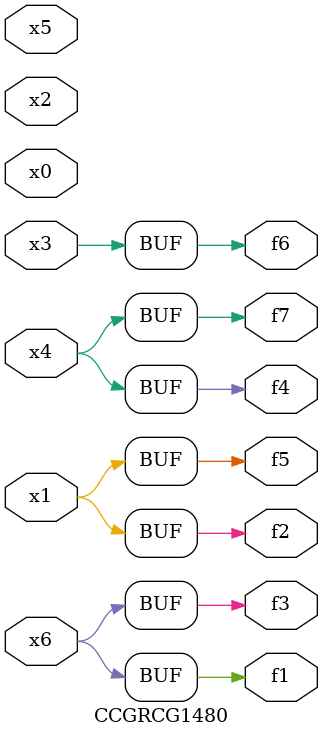
<source format=v>
module CCGRCG1480(
	input x0, x1, x2, x3, x4, x5, x6,
	output f1, f2, f3, f4, f5, f6, f7
);
	assign f1 = x6;
	assign f2 = x1;
	assign f3 = x6;
	assign f4 = x4;
	assign f5 = x1;
	assign f6 = x3;
	assign f7 = x4;
endmodule

</source>
